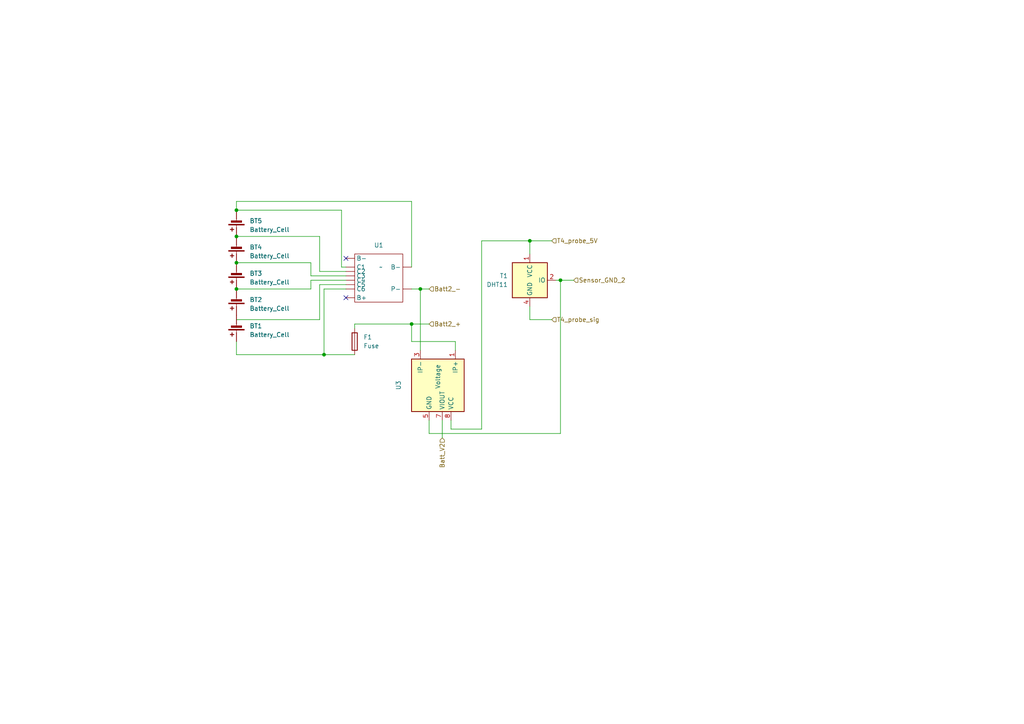
<source format=kicad_sch>
(kicad_sch (version 20230121) (generator eeschema)
  (paper "A4")
  (title_block (title "Aft compartment"))
  (lib_symbols
    (symbol "ACS715xLCTR-20A_1"
      (property "Reference" "U1" (at -1.2065 11.43 0))
      (property "Value" "Current sensor" (at -1.2065 8.89 0))
      (symbol "ACS715xLCTR-20A_1_0_1"
        (rectangle (start -7.62 7.62) (end 7.62 -7.62) (stroke (width 0.254)) (fill (type background)))
      )
      (symbol "ACS715xLCTR-20A_1_1_1"
        (pin passive line (at -10.16 5.08 0) (length 2.54) (name "IP+") (number "1"))
        (pin passive line (at -10.16 5.08 0) (length 2.54) hide (name "IP+") (number "2"))
        (pin passive line (at -10.16 -5.08 0) (length 2.54) (name "IP-") (number "3"))
        (pin passive line (at -10.16 -5.08 0) (length 2.54) hide (name "IP-") (number "4"))
        (pin power_in line (at 10.16 -2.54 180) (length 2.54) (name "GND") (number "5"))
        (pin output line (at 10.16 1.27 180) (length 2.54) (name "VIOUT") (number "7"))
        (pin power_in line (at 10.16 3.81 180) (length 2.54) (name "VCC") (number "8"))
      )
    )
    (symbol "Device:Battery_Cell" (pin_numbers hide) (pin_names (offset 0) hide)
      (property "Reference" "BT" (at 2.54 2.54 0))
      (property "Value" "Battery_Cell" (at 2.54 0 0))
      (symbol "Battery_Cell_0_1"
        (rectangle (start -2.286 1.778) (end 2.286 1.524) (fill (type outline)))
        (rectangle (start -1.524 1.016) (end 1.524 0.508) (fill (type outline)))
        (polyline (pts (xy 0 0.762) (xy 0 0)))
        (polyline (pts (xy 0 1.778) (xy 0 2.54)))
        (polyline (pts (xy 0.762 3.048) (xy 1.778 3.048)) (stroke (width 0.254)))
        (polyline (pts (xy 1.27 3.556) (xy 1.27 2.54)) (stroke (width 0.254)))
      )
      (symbol "Battery_Cell_1_1"
        (pin passive line (at 0 5.08 270) (length 2.54) (name "+") (number "1"))
        (pin passive line (at 0 -2.54 90) (length 2.54) (name "-") (number "2"))
      )
    )
    (symbol "Device:Fuse" (pin_numbers hide) (pin_names (offset 0))
      (property "Reference" "F" (at 2.032 0 90))
      (property "Value" "Fuse" (at -1.905 0 90))
      (symbol "Fuse_0_1"
        (rectangle (start -0.762 -2.54) (end 0.762 2.54) (stroke (width 0.254)))
        (polyline (pts (xy 0 2.54) (xy 0 -2.54)))
      )
      (symbol "Fuse_1_1"
        (pin passive line (at 0 3.81 270) (length 1.27) (name "~") (number "1"))
        (pin passive line (at 0 -3.81 90) (length 1.27) (name "~") (number "2"))
      )
    )
    (symbol "MRS:BMS_5S"
      (property "Reference" "U" (at -2.54 0 0))
      (symbol "BMS_5S_0_1"
        (rectangle (start -10.16 6.35) (end 3.81 -7.62))
      )
      (symbol "BMS_5S_1_1"
        (pin input line (at -12.7 -6.35 0) (length 2.54) (name "B+") (number ""))
        (pin input line (at -12.7 5.08 0) (length 2.54) (name "B-") (number ""))
        (pin output line (at 6.35 2.54 180) (length 2.54) (name "B-") (number ""))
        (pin input line (at -12.7 2.54 0) (length 2.54) (name "C1") (number ""))
        (pin input line (at -12.7 1.27 0) (length 2.54) (name "C2") (number ""))
        (pin input line (at -12.7 0 0) (length 2.54) (name "C3") (number ""))
        (pin input line (at -12.7 -1.27 0) (length 2.54) (name "C4") (number ""))
        (pin input line (at -12.7 -2.54 0) (length 2.54) (name "C5") (number ""))
        (pin input line (at -12.7 -3.81 0) (length 2.54) (name "C6") (number ""))
        (pin output line (at 6.35 -3.81 180) (length 2.54) (name "P-") (number ""))
      )
    )
    (symbol "Sensor:DHT11"
      (property "Reference" "U" (at -3.81 6.35 0))
      (property "Value" "DHT11" (at 3.81 6.35 0))
      (symbol "DHT11_0_1"
        (rectangle (start -5.08 5.08) (end 5.08 -5.08) (stroke (width 0.254)) (fill (type background)))
      )
      (symbol "DHT11_1_1"
        (pin power_in line (at 0 7.62 270) (length 2.54) (name "VCC") (number "1"))
        (pin bidirectional line (at 7.62 0 180) (length 2.54) (name "IO") (number "2"))
        (pin no_connect line (at -5.08 0 0) (length 2.54) hide (name "NC") (number "3"))
        (pin power_in line (at 0 -7.62 90) (length 2.54) (name "GND") (number "4"))
      )
    )
  )
  (junction (at 93.98 102.87))
  (junction (at 162.56 81.28))
  (junction (at 153.67 69.85))
  (junction (at 121.92 83.82))
  (junction (at 119.38 93.98))
  (junction (at 68.58 76.2))
  (junction (at 68.58 83.82))
  (junction (at 68.58 60.96))
  (junction (at 68.58 68.58))
  (no_connect (at 100.33 86.36))
  (no_connect (at 100.33 74.93))
  (wire (pts (xy 132.08 101.6) (xy 132.08 99.06)))
  (wire (pts (xy 162.56 81.28) (xy 166.37 81.28)))
  (wire (pts (xy 102.87 93.98) (xy 102.87 95.25)))
  (wire (pts (xy 119.38 99.06) (xy 119.38 93.98)))
  (wire (pts (xy 99.06 77.47) (xy 100.33 77.47)))
  (wire (pts (xy 130.81 124.46) (xy 139.7 124.46)))
  (wire (pts (xy 119.38 58.42) (xy 68.58 58.42)))
  (wire (pts (xy 153.67 92.71) (xy 160.02 92.71)))
  (wire (pts (xy 90.17 80.01) (xy 100.33 80.01)))
  (wire (pts (xy 68.58 60.96) (xy 99.06 60.96)))
  (wire (pts (xy 68.58 68.58) (xy 92.71 68.58)))
  (wire (pts (xy 93.98 102.87) (xy 93.98 83.82)))
  (wire (pts (xy 124.46 125.73) (xy 162.56 125.73)))
  (wire (pts (xy 68.58 99.06) (xy 68.58 102.87)))
  (wire (pts (xy 68.58 92.71) (xy 92.71 92.71)))
  (wire (pts (xy 132.08 99.06) (xy 119.38 99.06)))
  (wire (pts (xy 100.33 78.74) (xy 92.71 78.74)))
  (wire (pts (xy 102.87 93.98) (xy 119.38 93.98)))
  (wire (pts (xy 124.46 121.92) (xy 124.46 125.73)))
  (wire (pts (xy 162.56 81.28) (xy 162.56 125.73)))
  (wire (pts (xy 93.98 102.87) (xy 102.87 102.87)))
  (wire (pts (xy 90.17 76.2) (xy 90.17 80.01)))
  (wire (pts (xy 92.71 82.55) (xy 100.33 82.55)))
  (wire (pts (xy 121.92 83.82) (xy 121.92 101.6)))
  (wire (pts (xy 119.38 77.47) (xy 119.38 58.42)))
  (wire (pts (xy 68.58 58.42) (xy 68.58 60.96)))
  (wire (pts (xy 119.38 83.82) (xy 121.92 83.82)))
  (wire (pts (xy 119.38 93.98) (xy 124.46 93.98)))
  (wire (pts (xy 68.58 102.87) (xy 93.98 102.87)))
  (wire (pts (xy 92.71 92.71) (xy 92.71 82.55)))
  (wire (pts (xy 121.92 83.82) (xy 124.46 83.82)))
  (wire (pts (xy 139.7 124.46) (xy 139.7 69.85)))
  (wire (pts (xy 90.17 83.82) (xy 90.17 81.28)))
  (wire (pts (xy 128.27 121.92) (xy 128.27 127)))
  (wire (pts (xy 153.67 73.66) (xy 153.67 69.85)))
  (wire (pts (xy 130.81 121.92) (xy 130.81 124.46)))
  (wire (pts (xy 139.7 69.85) (xy 153.67 69.85)))
  (wire (pts (xy 99.06 60.96) (xy 99.06 77.47)))
  (wire (pts (xy 153.67 69.85) (xy 160.02 69.85)))
  (wire (pts (xy 92.71 78.74) (xy 92.71 68.58)))
  (wire (pts (xy 90.17 81.28) (xy 100.33 81.28)))
  (wire (pts (xy 93.98 83.82) (xy 100.33 83.82)))
  (wire (pts (xy 161.29 81.28) (xy 162.56 81.28)))
  (wire (pts (xy 153.67 88.9) (xy 153.67 92.71)))
  (wire (pts (xy 68.58 76.2) (xy 90.17 76.2)))
  (wire (pts (xy 90.17 83.82) (xy 68.58 83.82)))
  (hierarchical_label "T4_probe_sig" (shape input) (at 160.02 92.71 0))
  (hierarchical_label "Batt_V2" (shape input) (at 128.27 127 270))
  (hierarchical_label "Sensor_GND_2" (shape input) (at 166.37 81.28 0))
  (hierarchical_label "Batt2_+" (shape input) (at 124.46 93.98 0))
  (hierarchical_label "Batt2_-" (shape input) (at 124.46 83.82 0))
  (hierarchical_label "T4_probe_5V" (shape input) (at 160.02 69.85 0))
  (symbol (lib_id "Device:Battery_Cell") (at 68.58 71.12 180) (unit 1)
    (property "Reference" "BT4" (at 72.39 71.6915 0) (effects (justify right)))
    (property "Value" "Battery_Cell" (at 72.39 74.2315 0) (effects (justify right)))
    (instances (project "MRS_Strathvoyager_2" (path "" (reference "BT4") (unit 1)) (path "" (reference "BT7") (unit 1))))
  )
  (symbol (lib_id "Device:Battery_Cell") (at 68.58 86.36 180) (unit 1)
    (property "Reference" "BT2" (at 72.39 86.9315 0) (effects (justify right)))
    (property "Value" "Battery_Cell" (at 72.39 89.4715 0) (effects (justify right)))
    (instances (project "MRS_Strathvoyager_2" (path "" (reference "BT2") (unit 1)) (path "" (reference "BT9") (unit 1))))
  )
  (symbol (lib_name "ACS715xLCTR-20A_1") (lib_id "Sensor_Current:ACS715xLCTR-20A") (at 127 111.76 270) (unit 1)
    (property "Reference" "U3" (at 115.57 111.76 0))
    (property "Value" "Voltage" (at 127 109.22 0))
    (property "Footprint" "Package_SO:SOIC-8_3.9x4.9mm_P1.27mm" (effects hide))
    (property "Datasheet" "http://www.allegromicro.com/~/media/Files/Datasheets/ACS715-Datasheet.ashx?la=en" (effects hide))
    (instances (project "MRS" (path "" (reference "U3") (unit 1))) (project "MRS_Strathvoyager_2" (path "" (reference "U9") (unit 1)) (path "" (reference "U10") (unit 1))))
  )
  (symbol (lib_id "MRS:BMS_5S") (at 113.03 80.01 0) (unit 1)
    (property "Reference" "U1" (at 109.855 71.12 0))
    (property "Value" "~" (at 110.49 77.47 0))
    (instances (project "MRS_Strathvoyager_2" (path "" (reference "U1") (unit 1)) (path "" (reference "U2") (unit 1))))
  )
  (symbol (lib_id "Device:Fuse") (at 102.87 99.06 180) (unit 1)
    (property "Reference" "F1" (at 105.41 97.79 0) (effects (justify right)))
    (property "Value" "Fuse" (at 105.41 100.33 0) (effects (justify right)))
    (instances (project "MRS_Strathvoyager_2" (path "" (reference "F1") (unit 1)) (path "" (reference "F2") (unit 1))))
  )
  (symbol (lib_id "Device:Battery_Cell") (at 68.58 93.98 180) (unit 1)
    (property "Reference" "BT1" (at 72.39 94.5515 0) (effects (justify right)))
    (property "Value" "Battery_Cell" (at 72.39 97.0915 0) (effects (justify right)))
    (instances (project "MRS_Strathvoyager_2" (path "" (reference "BT1") (unit 1)) (path "" (reference "BT10") (unit 1))))
  )
  (symbol (lib_id "Sensor:DHT11") (at 153.67 81.28 0) (unit 1)
    (property "Reference" "T1" (at 147.32 80.01 0) (effects (justify right)))
    (property "Value" "DHT11" (at 147.32 82.55 0) (effects (justify right)))
    (property "Footprint" "Sensor:Aosong_DHT11_5.5x12.0_P2.54mm" (effects hide))
    (property "Datasheet" "http://akizukidenshi.com/download/ds/aosong/DHT11.pdf" (effects hide))
    (instances (project "MRS_Strathvoyager_2" (path "" (reference "T1") (unit 1)) (path "" (reference "T4") (unit 1))))
  )
  (symbol (lib_id "Device:Battery_Cell") (at 68.58 78.74 180) (unit 1)
    (property "Reference" "BT3" (at 72.39 79.3115 0) (effects (justify right)))
    (property "Value" "Battery_Cell" (at 72.39 81.8515 0) (effects (justify right)))
    (instances (project "MRS_Strathvoyager_2" (path "" (reference "BT3") (unit 1)) (path "" (reference "BT8") (unit 1))))
  )
  (symbol (lib_id "Device:Battery_Cell") (at 68.58 63.5 180) (unit 1)
    (property "Reference" "BT5" (at 72.39 64.0715 0) (effects (justify right)))
    (property "Value" "Battery_Cell" (at 72.39 66.6115 0) (effects (justify right)))
    (instances (project "MRS_Strathvoyager_2" (path "" (reference "BT5") (unit 1)) (path "" (reference "BT6") (unit 1))))
  )
)
</source>
